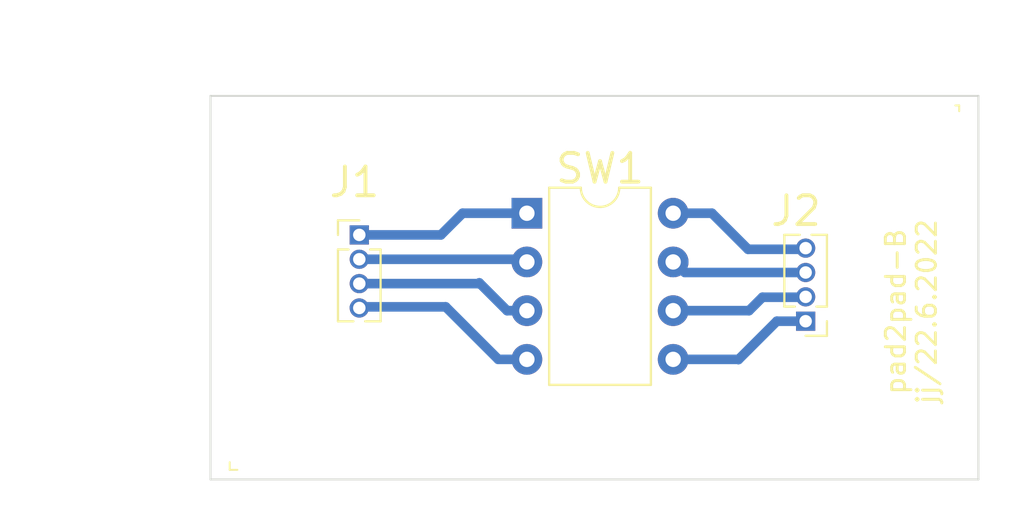
<source format=kicad_pcb>
(kicad_pcb (version 20171130) (host pcbnew 5.1.12-84ad8e8a86~92~ubuntu18.04.1)

  (general
    (thickness 1.6)
    (drawings 11)
    (tracks 23)
    (zones 0)
    (modules 5)
    (nets 9)
  )

  (page A4)
  (title_block
    (date 2022-06-22)
    (rev B)
  )

  (layers
    (0 F.Cu signal)
    (31 B.Cu signal)
    (32 B.Adhes user)
    (33 F.Adhes user)
    (34 B.Paste user)
    (35 F.Paste user)
    (36 B.SilkS user)
    (37 F.SilkS user)
    (38 B.Mask user)
    (39 F.Mask user)
    (40 Dwgs.User user)
    (41 Cmts.User user)
    (42 Eco1.User user)
    (43 Eco2.User user)
    (44 Edge.Cuts user)
    (45 Margin user)
    (46 B.CrtYd user)
    (47 F.CrtYd user)
    (48 B.Fab user)
    (49 F.Fab user)
  )

  (setup
    (last_trace_width 0.25)
    (user_trace_width 0.5)
    (trace_clearance 0.2)
    (zone_clearance 0.508)
    (zone_45_only no)
    (trace_min 0.2)
    (via_size 0.8)
    (via_drill 0.4)
    (via_min_size 0.4)
    (via_min_drill 0.3)
    (uvia_size 0.3)
    (uvia_drill 0.1)
    (uvias_allowed no)
    (uvia_min_size 0.2)
    (uvia_min_drill 0.1)
    (edge_width 0.05)
    (segment_width 0.2)
    (pcb_text_width 0.3)
    (pcb_text_size 1.5 1.5)
    (mod_edge_width 0.12)
    (mod_text_size 1 1)
    (mod_text_width 0.15)
    (pad_size 1.524 1.524)
    (pad_drill 0.762)
    (pad_to_mask_clearance 0)
    (aux_axis_origin 0 0)
    (visible_elements FFFFFF7F)
    (pcbplotparams
      (layerselection 0x010fc_ffffffff)
      (usegerberextensions false)
      (usegerberattributes false)
      (usegerberadvancedattributes true)
      (creategerberjobfile true)
      (excludeedgelayer true)
      (linewidth 0.100000)
      (plotframeref false)
      (viasonmask false)
      (mode 1)
      (useauxorigin false)
      (hpglpennumber 1)
      (hpglpenspeed 20)
      (hpglpendiameter 15.000000)
      (psnegative false)
      (psa4output false)
      (plotreference true)
      (plotvalue true)
      (plotinvisibletext false)
      (padsonsilk false)
      (subtractmaskfromsilk false)
      (outputformat 1)
      (mirror false)
      (drillshape 0)
      (scaleselection 1)
      (outputdirectory "../../docker/etool/resources/dip-gerber/"))
  )

  (net 0 "")
  (net 1 "Net-(J1-Pad4)")
  (net 2 "Net-(J1-Pad3)")
  (net 3 "Net-(J1-Pad2)")
  (net 4 "Net-(J1-Pad1)")
  (net 5 "Net-(J2-Pad4)")
  (net 6 "Net-(J2-Pad3)")
  (net 7 "Net-(J2-Pad2)")
  (net 8 "Net-(J2-Pad1)")

  (net_class Default "This is the default net class."
    (clearance 0.2)
    (trace_width 0.25)
    (via_dia 0.8)
    (via_drill 0.4)
    (uvia_dia 0.3)
    (uvia_drill 0.1)
    (add_net "Net-(J1-Pad1)")
    (add_net "Net-(J1-Pad2)")
    (add_net "Net-(J1-Pad3)")
    (add_net "Net-(J1-Pad4)")
    (add_net "Net-(J2-Pad1)")
    (add_net "Net-(J2-Pad2)")
    (add_net "Net-(J2-Pad3)")
    (add_net "Net-(J2-Pad4)")
  )

  (module MountingHole:MountingHole_2.5mm (layer F.Cu) (tedit 56D1B4CB) (tstamp 623223C3)
    (at 37.25 -17.25)
    (descr "Mounting Hole 2.5mm, no annular")
    (tags "mounting hole 2.5mm no annular")
    (path /62322262)
    (attr virtual)
    (fp_text reference H2 (at 0 -3.5) (layer F.SilkS) hide
      (effects (font (size 1 1) (thickness 0.15)))
    )
    (fp_text value MountingHole (at 0 3.5) (layer F.Fab)
      (effects (font (size 1 1) (thickness 0.15)))
    )
    (fp_circle (center 0 0) (end 2.75 0) (layer F.CrtYd) (width 0.05))
    (fp_circle (center 0 0) (end 2.5 0) (layer Cmts.User) (width 0.15))
    (fp_text user %R (at 0.3 0) (layer F.Fab)
      (effects (font (size 1 1) (thickness 0.15)))
    )
    (pad 1 np_thru_hole circle (at 0 0) (size 2.5 2.5) (drill 2.5) (layers *.Cu *.Mask))
  )

  (module MountingHole:MountingHole_2.5mm (layer F.Cu) (tedit 56D1B4CB) (tstamp 62322523)
    (at 3 -2.75)
    (descr "Mounting Hole 2.5mm, no annular")
    (tags "mounting hole 2.5mm no annular")
    (path /62321FAC)
    (attr virtual)
    (fp_text reference H1 (at 0 -3.5) (layer F.SilkS) hide
      (effects (font (size 1 1) (thickness 0.15)))
    )
    (fp_text value MountingHole (at 0 3.5) (layer F.Fab)
      (effects (font (size 1 1) (thickness 0.15)))
    )
    (fp_circle (center 0 0) (end 2.75 0) (layer F.CrtYd) (width 0.05))
    (fp_circle (center 0 0) (end 2.5 0) (layer Cmts.User) (width 0.15))
    (fp_text user %R (at 0.3 0) (layer F.Fab)
      (effects (font (size 1 1) (thickness 0.15)))
    )
    (pad 1 np_thru_hole circle (at 0 0) (size 2.5 2.5) (drill 2.5) (layers *.Cu *.Mask))
  )

  (module Package_DIP:DIP-8_W7.62mm (layer F.Cu) (tedit 5A02E8C5) (tstamp 6231C488)
    (at 16.48 -13.88)
    (descr "8-lead though-hole mounted DIP package, row spacing 7.62 mm (300 mils)")
    (tags "THT DIP DIL PDIP 2.54mm 7.62mm 300mil")
    (path /6231C0B3)
    (fp_text reference SW1 (at 3.81 -2.33) (layer F.SilkS)
      (effects (font (size 1.5 1.5) (thickness 0.2)))
    )
    (fp_text value SW_DIP_x04 (at 3.81 9.95) (layer F.Fab)
      (effects (font (size 1 1) (thickness 0.15)))
    )
    (fp_line (start 8.7 -1.55) (end -1.1 -1.55) (layer F.CrtYd) (width 0.05))
    (fp_line (start 8.7 9.15) (end 8.7 -1.55) (layer F.CrtYd) (width 0.05))
    (fp_line (start -1.1 9.15) (end 8.7 9.15) (layer F.CrtYd) (width 0.05))
    (fp_line (start -1.1 -1.55) (end -1.1 9.15) (layer F.CrtYd) (width 0.05))
    (fp_line (start 6.46 -1.33) (end 4.81 -1.33) (layer F.SilkS) (width 0.12))
    (fp_line (start 6.46 8.95) (end 6.46 -1.33) (layer F.SilkS) (width 0.12))
    (fp_line (start 1.16 8.95) (end 6.46 8.95) (layer F.SilkS) (width 0.12))
    (fp_line (start 1.16 -1.33) (end 1.16 8.95) (layer F.SilkS) (width 0.12))
    (fp_line (start 2.81 -1.33) (end 1.16 -1.33) (layer F.SilkS) (width 0.12))
    (fp_line (start 0.635 -0.27) (end 1.635 -1.27) (layer F.Fab) (width 0.1))
    (fp_line (start 0.635 8.89) (end 0.635 -0.27) (layer F.Fab) (width 0.1))
    (fp_line (start 6.985 8.89) (end 0.635 8.89) (layer F.Fab) (width 0.1))
    (fp_line (start 6.985 -1.27) (end 6.985 8.89) (layer F.Fab) (width 0.1))
    (fp_line (start 1.635 -1.27) (end 6.985 -1.27) (layer F.Fab) (width 0.1))
    (fp_text user %R (at 3.81 3.81) (layer F.Fab)
      (effects (font (size 1 1) (thickness 0.15)))
    )
    (fp_arc (start 3.81 -1.33) (end 2.81 -1.33) (angle -180) (layer F.SilkS) (width 0.12))
    (pad 8 thru_hole oval (at 7.62 0) (size 1.6 1.6) (drill 0.8) (layers *.Cu *.Mask)
      (net 5 "Net-(J2-Pad4)"))
    (pad 4 thru_hole oval (at 0 7.62) (size 1.6 1.6) (drill 0.8) (layers *.Cu *.Mask)
      (net 1 "Net-(J1-Pad4)"))
    (pad 7 thru_hole oval (at 7.62 2.54) (size 1.6 1.6) (drill 0.8) (layers *.Cu *.Mask)
      (net 6 "Net-(J2-Pad3)"))
    (pad 3 thru_hole oval (at 0 5.08) (size 1.6 1.6) (drill 0.8) (layers *.Cu *.Mask)
      (net 2 "Net-(J1-Pad3)"))
    (pad 6 thru_hole oval (at 7.62 5.08) (size 1.6 1.6) (drill 0.8) (layers *.Cu *.Mask)
      (net 7 "Net-(J2-Pad2)"))
    (pad 2 thru_hole oval (at 0 2.54) (size 1.6 1.6) (drill 0.8) (layers *.Cu *.Mask)
      (net 3 "Net-(J1-Pad2)"))
    (pad 5 thru_hole oval (at 7.62 7.62) (size 1.6 1.6) (drill 0.8) (layers *.Cu *.Mask)
      (net 8 "Net-(J2-Pad1)"))
    (pad 1 thru_hole rect (at 0 0) (size 1.6 1.6) (drill 0.8) (layers *.Cu *.Mask)
      (net 4 "Net-(J1-Pad1)"))
    (model ${KISYS3DMOD}/Package_DIP.3dshapes/DIP-8_W7.62mm.wrl
      (at (xyz 0 0 0))
      (scale (xyz 1 1 1))
      (rotate (xyz 0 0 0))
    )
  )

  (module Connector_PinHeader_1.27mm:PinHeader_1x04_P1.27mm_Vertical (layer F.Cu) (tedit 59FED6E3) (tstamp 6231C46C)
    (at 31 -8.25 180)
    (descr "Through hole straight pin header, 1x04, 1.27mm pitch, single row")
    (tags "Through hole pin header THT 1x04 1.27mm single row")
    (path /6231D0B3)
    (fp_text reference J2 (at 0.5 5.75) (layer F.SilkS)
      (effects (font (size 1.5 1.5) (thickness 0.2)))
    )
    (fp_text value Conn_01x04_Male (at 0 5.505) (layer F.Fab)
      (effects (font (size 1 1) (thickness 0.15)))
    )
    (fp_line (start 1.55 -1.15) (end -1.55 -1.15) (layer F.CrtYd) (width 0.05))
    (fp_line (start 1.55 4.95) (end 1.55 -1.15) (layer F.CrtYd) (width 0.05))
    (fp_line (start -1.55 4.95) (end 1.55 4.95) (layer F.CrtYd) (width 0.05))
    (fp_line (start -1.55 -1.15) (end -1.55 4.95) (layer F.CrtYd) (width 0.05))
    (fp_line (start -1.11 -0.76) (end 0 -0.76) (layer F.SilkS) (width 0.12))
    (fp_line (start -1.11 0) (end -1.11 -0.76) (layer F.SilkS) (width 0.12))
    (fp_line (start 0.563471 0.76) (end 1.11 0.76) (layer F.SilkS) (width 0.12))
    (fp_line (start -1.11 0.76) (end -0.563471 0.76) (layer F.SilkS) (width 0.12))
    (fp_line (start 1.11 0.76) (end 1.11 4.505) (layer F.SilkS) (width 0.12))
    (fp_line (start -1.11 0.76) (end -1.11 4.505) (layer F.SilkS) (width 0.12))
    (fp_line (start 0.30753 4.505) (end 1.11 4.505) (layer F.SilkS) (width 0.12))
    (fp_line (start -1.11 4.505) (end -0.30753 4.505) (layer F.SilkS) (width 0.12))
    (fp_line (start -1.05 -0.11) (end -0.525 -0.635) (layer F.Fab) (width 0.1))
    (fp_line (start -1.05 4.445) (end -1.05 -0.11) (layer F.Fab) (width 0.1))
    (fp_line (start 1.05 4.445) (end -1.05 4.445) (layer F.Fab) (width 0.1))
    (fp_line (start 1.05 -0.635) (end 1.05 4.445) (layer F.Fab) (width 0.1))
    (fp_line (start -0.525 -0.635) (end 1.05 -0.635) (layer F.Fab) (width 0.1))
    (fp_text user %R (at 0 1.905 90) (layer F.Fab)
      (effects (font (size 1 1) (thickness 0.15)))
    )
    (pad 4 thru_hole oval (at 0 3.81 180) (size 1 1) (drill 0.65) (layers *.Cu *.Mask)
      (net 5 "Net-(J2-Pad4)"))
    (pad 3 thru_hole oval (at 0 2.54 180) (size 1 1) (drill 0.65) (layers *.Cu *.Mask)
      (net 6 "Net-(J2-Pad3)"))
    (pad 2 thru_hole oval (at 0 1.27 180) (size 1 1) (drill 0.65) (layers *.Cu *.Mask)
      (net 7 "Net-(J2-Pad2)"))
    (pad 1 thru_hole rect (at 0 0 180) (size 1 1) (drill 0.65) (layers *.Cu *.Mask)
      (net 8 "Net-(J2-Pad1)"))
    (model ${KISYS3DMOD}/Connector_PinHeader_1.27mm.3dshapes/PinHeader_1x04_P1.27mm_Vertical.wrl
      (at (xyz 0 0 0))
      (scale (xyz 1 1 1))
      (rotate (xyz 0 0 0))
    )
  )

  (module Connector_PinHeader_1.27mm:PinHeader_1x04_P1.27mm_Vertical (layer F.Cu) (tedit 59FED6E3) (tstamp 62321DA0)
    (at 7.75 -12.75)
    (descr "Through hole straight pin header, 1x04, 1.27mm pitch, single row")
    (tags "Through hole pin header THT 1x04 1.27mm single row")
    (path /6231C8FF)
    (fp_text reference J1 (at -0.25 -2.75) (layer F.SilkS)
      (effects (font (size 1.5 1.5) (thickness 0.2)))
    )
    (fp_text value Conn_01x04_Male (at 0 5.505) (layer F.Fab)
      (effects (font (size 1 1) (thickness 0.15)))
    )
    (fp_line (start 1.55 -1.15) (end -1.55 -1.15) (layer F.CrtYd) (width 0.05))
    (fp_line (start 1.55 4.95) (end 1.55 -1.15) (layer F.CrtYd) (width 0.05))
    (fp_line (start -1.55 4.95) (end 1.55 4.95) (layer F.CrtYd) (width 0.05))
    (fp_line (start -1.55 -1.15) (end -1.55 4.95) (layer F.CrtYd) (width 0.05))
    (fp_line (start -1.11 -0.76) (end 0 -0.76) (layer F.SilkS) (width 0.12))
    (fp_line (start -1.11 0) (end -1.11 -0.76) (layer F.SilkS) (width 0.12))
    (fp_line (start 0.563471 0.76) (end 1.11 0.76) (layer F.SilkS) (width 0.12))
    (fp_line (start -1.11 0.76) (end -0.563471 0.76) (layer F.SilkS) (width 0.12))
    (fp_line (start 1.11 0.76) (end 1.11 4.505) (layer F.SilkS) (width 0.12))
    (fp_line (start -1.11 0.76) (end -1.11 4.505) (layer F.SilkS) (width 0.12))
    (fp_line (start 0.30753 4.505) (end 1.11 4.505) (layer F.SilkS) (width 0.12))
    (fp_line (start -1.11 4.505) (end -0.30753 4.505) (layer F.SilkS) (width 0.12))
    (fp_line (start -1.05 -0.11) (end -0.525 -0.635) (layer F.Fab) (width 0.1))
    (fp_line (start -1.05 4.445) (end -1.05 -0.11) (layer F.Fab) (width 0.1))
    (fp_line (start 1.05 4.445) (end -1.05 4.445) (layer F.Fab) (width 0.1))
    (fp_line (start 1.05 -0.635) (end 1.05 4.445) (layer F.Fab) (width 0.1))
    (fp_line (start -0.525 -0.635) (end 1.05 -0.635) (layer F.Fab) (width 0.1))
    (fp_text user %R (at 0 1.905 90) (layer F.Fab)
      (effects (font (size 1 1) (thickness 0.15)))
    )
    (pad 4 thru_hole oval (at 0 3.81) (size 1 1) (drill 0.65) (layers *.Cu *.Mask)
      (net 1 "Net-(J1-Pad4)"))
    (pad 3 thru_hole oval (at 0 2.54) (size 1 1) (drill 0.65) (layers *.Cu *.Mask)
      (net 2 "Net-(J1-Pad3)"))
    (pad 2 thru_hole oval (at 0 1.27) (size 1 1) (drill 0.65) (layers *.Cu *.Mask)
      (net 3 "Net-(J1-Pad2)"))
    (pad 1 thru_hole rect (at 0 0) (size 1 1) (drill 0.65) (layers *.Cu *.Mask)
      (net 4 "Net-(J1-Pad1)"))
    (model ${KISYS3DMOD}/Connector_PinHeader_1.27mm.3dshapes/PinHeader_1x04_P1.27mm_Vertical.wrl
      (at (xyz 0 0 0))
      (scale (xyz 1 1 1))
      (rotate (xyz 0 0 0))
    )
  )

  (gr_line (start 1 -0.9) (end 1 -0.5) (layer F.SilkS) (width 0.1))
  (gr_line (start 1 -0.5) (end 1.4 -0.5) (layer F.SilkS) (width 0.1))
  (gr_line (start 38.8 -19.5) (end 39 -19.5) (layer F.SilkS) (width 0.1))
  (gr_line (start 39 -19.5) (end 39 -19.2) (layer F.SilkS) (width 0.1))
  (dimension 40 (width 0.15) (layer F.Fab)
    (gr_text "40,000 mm" (at 20 -24.3) (layer F.Fab)
      (effects (font (size 1 1) (thickness 0.15)))
    )
    (feature1 (pts (xy 40 -20) (xy 40 -23.586421)))
    (feature2 (pts (xy 0 -20) (xy 0 -23.586421)))
    (crossbar (pts (xy 0 -23) (xy 40 -23)))
    (arrow1a (pts (xy 40 -23) (xy 38.873496 -22.413579)))
    (arrow1b (pts (xy 40 -23) (xy 38.873496 -23.586421)))
    (arrow2a (pts (xy 0 -23) (xy 1.126504 -22.413579)))
    (arrow2b (pts (xy 0 -23) (xy 1.126504 -23.586421)))
  )
  (dimension 20 (width 0.15) (layer F.Fab)
    (gr_text "20,000 mm" (at -7.3 -10 90) (layer F.Fab)
      (effects (font (size 1 1) (thickness 0.15)))
    )
    (feature1 (pts (xy 0 -20) (xy -6.586421 -20)))
    (feature2 (pts (xy 0 0) (xy -6.586421 0)))
    (crossbar (pts (xy -6 0) (xy -6 -20)))
    (arrow1a (pts (xy -6 -20) (xy -5.413579 -18.873496)))
    (arrow1b (pts (xy -6 -20) (xy -6.586421 -18.873496)))
    (arrow2a (pts (xy -6 0) (xy -5.413579 -1.126504)))
    (arrow2b (pts (xy -6 0) (xy -6.586421 -1.126504)))
  )
  (gr_text "pad2pad-B\njj/22.6.2022" (at 36.5 -8.75 90) (layer F.SilkS)
    (effects (font (size 1 1) (thickness 0.15)))
  )
  (gr_line (start 40 -20) (end 40 0) (layer Edge.Cuts) (width 0.1))
  (gr_line (start 0 -20) (end 40 -20) (layer Edge.Cuts) (width 0.1))
  (gr_line (start 0 0) (end 0 -20) (layer Edge.Cuts) (width 0.1))
  (gr_line (start 40 0) (end 0 0) (layer Edge.Cuts) (width 0.1))

  (segment (start 12.25 -9) (end 7.5 -9) (width 0.5) (layer B.Cu) (net 1))
  (segment (start 16.48 -6.26) (end 14.99 -6.26) (width 0.5) (layer B.Cu) (net 1))
  (segment (start 14.99 -6.26) (end 12.25 -9) (width 0.5) (layer B.Cu) (net 1))
  (segment (start 16.48 -8.8) (end 15.45 -8.8) (width 0.5) (layer B.Cu) (net 2))
  (segment (start 15.45 -8.8) (end 14 -10.25) (width 0.5) (layer B.Cu) (net 2))
  (segment (start 13.96 -10.21) (end 14 -10.25) (width 0.5) (layer B.Cu) (net 2))
  (segment (start 7.75 -10.21) (end 13.96 -10.21) (width 0.5) (layer B.Cu) (net 2))
  (segment (start 7.75 -11.48) (end 16.48 -11.48) (width 0.5) (layer B.Cu) (net 3))
  (segment (start 16.48 -13.88) (end 13.13 -13.88) (width 0.5) (layer B.Cu) (net 4))
  (segment (start 13.13 -13.88) (end 12 -12.75) (width 0.5) (layer B.Cu) (net 4))
  (segment (start 12 -12.75) (end 7.75 -12.75) (width 0.5) (layer B.Cu) (net 4))
  (segment (start 24.1 -13.88) (end 26.12 -13.88) (width 0.5) (layer B.Cu) (net 5))
  (segment (start 26.12 -13.88) (end 28 -12) (width 0.5) (layer B.Cu) (net 5))
  (segment (start 28 -12) (end 31 -12) (width 0.5) (layer B.Cu) (net 5))
  (segment (start 31 -10.79) (end 24.71 -10.79) (width 0.5) (layer B.Cu) (net 6))
  (segment (start 24.71 -10.79) (end 24 -11.5) (width 0.5) (layer B.Cu) (net 6))
  (segment (start 24.1 -8.8) (end 28.05 -8.8) (width 0.5) (layer B.Cu) (net 7))
  (segment (start 28.05 -8.8) (end 28.75 -9.5) (width 0.5) (layer B.Cu) (net 7))
  (segment (start 28.75 -9.5) (end 31 -9.5) (width 0.5) (layer B.Cu) (net 7))
  (segment (start 31 -8.25) (end 29.5 -8.25) (width 0.5) (layer B.Cu) (net 8))
  (segment (start 29.5 -8.25) (end 27.5 -6.25) (width 0.5) (layer B.Cu) (net 8))
  (segment (start 27.49 -6.26) (end 27.5 -6.25) (width 0.5) (layer B.Cu) (net 8))
  (segment (start 24.1 -6.26) (end 27.49 -6.26) (width 0.5) (layer B.Cu) (net 8))

)

</source>
